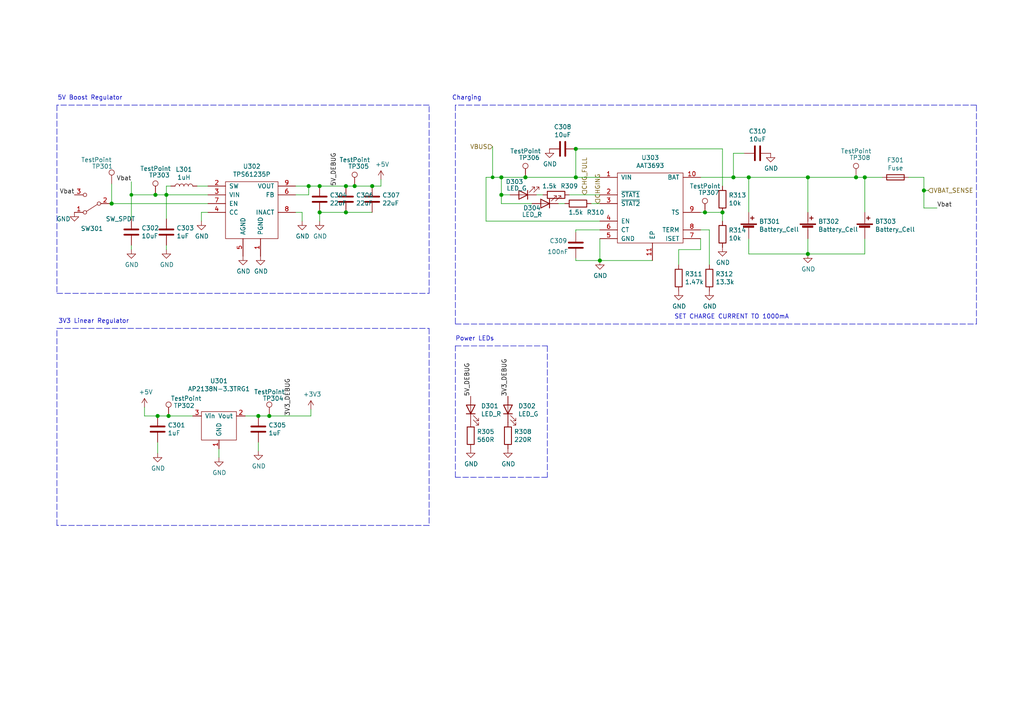
<source format=kicad_sch>
(kicad_sch (version 20211123) (generator eeschema)
  (paper "A4")
  (lib_symbols
    (symbol "Connector:TestPoint" (pin_numbers hide) (pin_names (offset 0.762) hide)
      (property "Reference" "TP" (at 0 6.858 0))
      (property "Value" "TestPoint" (at 0 5.08 0))
      (symbol "TestPoint_0_1"
        (circle (center 0 3.302) (radius 0.762))
      )
      (symbol "TestPoint_1_1"
        (pin passive line (at 0 0 90) (length 2.54) (name "1") (number "1"))
      )
    )
    (symbol "Custom:AAT3693" (pin_names (offset 1.016))
      (property "Reference" "U" (at 0 0 0))
      (property "Value" "AAT3693" (at 0 11.43 0))
      (symbol "AAT3693_0_1"
        (rectangle (start -10.16 10.16) (end 8.89 -10.16))
      )
      (symbol "AAT3693_1_1"
        (pin input line (at -15.24 8.89 0) (length 5.08) (name "VIN") (number "1"))
        (pin input line (at 13.97 8.89 180) (length 5.08) (name "BAT") (number "10"))
        (pin unspecified line (at 0 -15.24 90) (length 5.08) (name "EP") (number "11"))
        (pin input line (at -15.24 3.81 0) (length 5.08) (name "~{STAT1}") (number "2"))
        (pin input line (at -15.24 1.27 0) (length 5.08) (name "~{STAT2}") (number "3"))
        (pin input line (at -15.24 -3.81 0) (length 5.08) (name "EN") (number "4"))
        (pin input line (at -15.24 -8.89 0) (length 5.08) (name "GND") (number "5"))
        (pin input line (at -15.24 -6.35 0) (length 5.08) (name "CT") (number "6"))
        (pin input line (at 13.97 -8.89 180) (length 5.08) (name "ISET") (number "7"))
        (pin input line (at 13.97 -6.35 180) (length 5.08) (name "TERM") (number "8"))
        (pin input line (at 13.97 -1.27 180) (length 5.08) (name "TS") (number "9"))
      )
    )
    (symbol "Custom:AP2138N-3.3TRG1" (pin_names (offset 1.016))
      (property "Reference" "U" (at 0 12.065 0))
      (property "Value" "AP2138N-3.3TRG1" (at 0 12.065 0))
      (symbol "AP2138N-3.3TRG1_0_1"
        (rectangle (start -5.08 3.81) (end 5.08 -4.445))
      )
      (symbol "AP2138N-3.3TRG1_1_1"
        (pin input line (at 0 -6.985 90) (length 2.54) (name "GND") (number "1"))
        (pin input line (at 7.62 2.54 180) (length 2.54) (name "Vout") (number "2"))
        (pin input line (at -7.62 2.54 0) (length 2.54) (name "Vin") (number "3"))
      )
    )
    (symbol "Custom:TPS61235P" (pin_names (offset 1.016))
      (property "Reference" "U" (at 0 0 0))
      (property "Value" "TPS61235P" (at 0 6.35 0))
      (symbol "TPS61235P_0_1"
        (rectangle (start -7.62 5.08) (end 7.62 -11.43))
      )
      (symbol "TPS61235P_1_1"
        (pin input line (at 2.54 -16.51 90) (length 5.08) (name "PGND") (number "1"))
        (pin input line (at -12.7 3.81 0) (length 5.08) (name "SW") (number "2"))
        (pin input line (at -12.7 1.27 0) (length 5.08) (name "VIN") (number "3"))
        (pin input line (at -12.7 -3.81 0) (length 5.08) (name "CC") (number "4"))
        (pin input line (at -2.54 -16.51 90) (length 5.08) (name "AGND") (number "5"))
        (pin input line (at 12.7 1.27 180) (length 5.08) (name "FB") (number "6"))
        (pin input line (at -12.7 -1.27 0) (length 5.08) (name "EN") (number "7"))
        (pin input line (at 12.7 -3.81 180) (length 5.08) (name "INACT") (number "8"))
        (pin input line (at 12.7 3.81 180) (length 5.08) (name "VOUT") (number "9"))
      )
    )
    (symbol "Device:Battery_Cell" (pin_numbers hide) (pin_names (offset 0) hide)
      (property "Reference" "BT" (at 2.54 2.54 0))
      (property "Value" "Battery_Cell" (at 2.54 0 0))
      (symbol "Battery_Cell_0_1"
        (rectangle (start -2.286 1.778) (end 2.286 1.524) (fill (type outline)))
        (rectangle (start -1.5748 1.1938) (end 1.4732 0.6858) (fill (type outline)))
        (polyline (pts (xy 0 0.762) (xy 0 0)))
        (polyline (pts (xy 0 1.778) (xy 0 2.54)))
        (polyline (pts (xy 0.508 3.429) (xy 1.524 3.429)) (stroke (width 0.254)))
        (polyline (pts (xy 1.016 3.937) (xy 1.016 2.921)) (stroke (width 0.254)))
      )
      (symbol "Battery_Cell_1_1"
        (pin passive line (at 0 5.08 270) (length 2.54) (name "+") (number "1"))
        (pin passive line (at 0 -2.54 90) (length 2.54) (name "-") (number "2"))
      )
    )
    (symbol "Device:C" (pin_numbers hide) (pin_names (offset 0.254))
      (property "Reference" "C" (at 0.635 2.54 0))
      (property "Value" "C" (at 0.635 -2.54 0))
      (symbol "C_0_1"
        (polyline (pts (xy -2.032 -0.762) (xy 2.032 -0.762)) (stroke (width 0.508)))
        (polyline (pts (xy -2.032 0.762) (xy 2.032 0.762)) (stroke (width 0.508)))
      )
      (symbol "C_1_1"
        (pin passive line (at 0 3.81 270) (length 2.794) (name "~") (number "1"))
        (pin passive line (at 0 -3.81 90) (length 2.794) (name "~") (number "2"))
      )
    )
    (symbol "Device:Fuse" (pin_numbers hide) (pin_names (offset 0))
      (property "Reference" "F" (at 2.032 0 90))
      (property "Value" "Fuse" (at -1.905 0 90))
      (symbol "Fuse_0_1"
        (rectangle (start -0.762 -2.54) (end 0.762 2.54) (stroke (width 0.254)))
        (polyline (pts (xy 0 2.54) (xy 0 -2.54)))
      )
      (symbol "Fuse_1_1"
        (pin passive line (at 0 3.81 270) (length 1.27) (name "~") (number "1"))
        (pin passive line (at 0 -3.81 90) (length 1.27) (name "~") (number "2"))
      )
    )
    (symbol "Device:L" (pin_numbers hide) (pin_names (offset 1.016) hide)
      (property "Reference" "L" (at -1.27 0 90))
      (property "Value" "L" (at 1.905 0 90))
      (symbol "L_0_1"
        (arc (start 0 -2.54) (mid 0.635 -1.905) (end 0 -1.27))
        (arc (start 0 -1.27) (mid 0.635 -0.635) (end 0 0))
        (arc (start 0 0) (mid 0.635 0.635) (end 0 1.27))
        (arc (start 0 1.27) (mid 0.635 1.905) (end 0 2.54))
      )
      (symbol "L_1_1"
        (pin passive line (at 0 3.81 270) (length 1.27) (name "1") (number "1"))
        (pin passive line (at 0 -3.81 90) (length 1.27) (name "2") (number "2"))
      )
    )
    (symbol "Device:LED" (pin_numbers hide) (pin_names (offset 1.016) hide)
      (property "Reference" "D" (at 0 2.54 0))
      (property "Value" "LED" (at 0 -2.54 0))
      (symbol "LED_0_1"
        (polyline (pts (xy -1.27 -1.27) (xy -1.27 1.27)) (stroke (width 0.254)))
        (polyline (pts (xy -1.27 0) (xy 1.27 0)))
        (polyline (pts (xy 1.27 -1.27) (xy 1.27 1.27) (xy -1.27 0) (xy 1.27 -1.27)) (stroke (width 0.254)))
        (polyline (pts (xy -3.048 -0.762) (xy -4.572 -2.286) (xy -3.81 -2.286) (xy -4.572 -2.286) (xy -4.572 -1.524)))
        (polyline (pts (xy -1.778 -0.762) (xy -3.302 -2.286) (xy -2.54 -2.286) (xy -3.302 -2.286) (xy -3.302 -1.524)))
      )
      (symbol "LED_1_1"
        (pin passive line (at -3.81 0 0) (length 2.54) (name "K") (number "1"))
        (pin passive line (at 3.81 0 180) (length 2.54) (name "A") (number "2"))
      )
    )
    (symbol "Device:R" (pin_numbers hide) (pin_names (offset 0))
      (property "Reference" "R" (at 2.032 0 90))
      (property "Value" "R" (at 0 0 90))
      (symbol "R_0_1"
        (rectangle (start -1.016 -2.54) (end 1.016 2.54) (stroke (width 0.254)))
      )
      (symbol "R_1_1"
        (pin passive line (at 0 3.81 270) (length 1.27) (name "~") (number "1"))
        (pin passive line (at 0 -3.81 90) (length 1.27) (name "~") (number "2"))
      )
    )
    (symbol "Switch:SW_SPDT" (pin_names (offset 0) hide)
      (property "Reference" "SW" (at 0 4.318 0))
      (property "Value" "SW_SPDT" (at 0 -5.08 0))
      (symbol "SW_SPDT_0_0"
        (circle (center -2.032 0) (radius 0.508))
        (circle (center 2.032 -2.54) (radius 0.508))
      )
      (symbol "SW_SPDT_0_1"
        (polyline (pts (xy -1.524 0.254) (xy 1.651 2.286)))
        (circle (center 2.032 2.54) (radius 0.508))
      )
      (symbol "SW_SPDT_1_1"
        (pin passive line (at 5.08 2.54 180) (length 2.54) (name "A") (number "1"))
        (pin passive line (at -5.08 0 0) (length 2.54) (name "B") (number "2"))
        (pin passive line (at 5.08 -2.54 180) (length 2.54) (name "C") (number "3"))
      )
    )
    (symbol "power:+3V3" (power) (pin_names (offset 0))
      (property "Value" "+3V3" (at 0 3.556 0))
      (symbol "+3V3_0_1"
        (polyline (pts (xy -0.762 1.27) (xy 0 2.54)))
        (polyline (pts (xy 0 0) (xy 0 2.54)))
        (polyline (pts (xy 0 2.54) (xy 0.762 1.27)))
      )
      (symbol "+3V3_1_1"
        (pin power_in line (at 0 0 90) (length 0) hide (name "+3V3") (number "1"))
      )
    )
    (symbol "power:+5V" (power) (pin_names (offset 0))
      (property "Value" "+5V" (at 0 3.556 0))
      (symbol "+5V_0_1"
        (polyline (pts (xy -0.762 1.27) (xy 0 2.54)))
        (polyline (pts (xy 0 0) (xy 0 2.54)))
        (polyline (pts (xy 0 2.54) (xy 0.762 1.27)))
      )
      (symbol "+5V_1_1"
        (pin power_in line (at 0 0 90) (length 0) hide (name "+5V") (number "1"))
      )
    )
    (symbol "power:GND" (power) (pin_names (offset 0))
      (property "Value" "GND" (at 0 -3.81 0))
      (symbol "GND_0_1"
        (polyline (pts (xy 0 0) (xy 0 -1.27) (xy 1.27 -1.27) (xy 0 -2.54) (xy -1.27 -1.27) (xy 0 -1.27)))
      )
      (symbol "GND_1_1"
        (pin power_in line (at 0 0 270) (length 0) hide (name "GND") (number "1"))
      )
    )
  )
  (junction (at 212.725 51.435) (diameter 1.016))
  (junction (at 38.1 56.515))
  (junction (at 45.085 56.515) (diameter 1.016))
  (junction (at 248.285 51.435) (diameter 1.016))
  (junction (at 100.33 61.595) (diameter 1.016))
  (junction (at 100.33 53.975) (diameter 1.016))
  (junction (at 102.87 53.975) (diameter 1.016))
  (junction (at 107.95 53.975) (diameter 1.016))
  (junction (at 142.875 51.435))
  (junction (at 234.315 51.435) (diameter 1.016))
  (junction (at 167.005 51.435) (diameter 1.016))
  (junction (at 92.71 61.595) (diameter 1.016))
  (junction (at 74.93 120.65) (diameter 1.016))
  (junction (at 204.47 61.595) (diameter 1.016))
  (junction (at 48.26 56.515) (diameter 1.016))
  (junction (at 152.4 51.435) (diameter 1.016))
  (junction (at 32.385 59.055) (diameter 1.016))
  (junction (at 48.895 120.65) (diameter 1.016))
  (junction (at 167.005 43.18) (diameter 1.016))
  (junction (at 92.71 53.975) (diameter 1.016))
  (junction (at 267.97 55.245) (diameter 1.016))
  (junction (at 145.415 56.515) (diameter 1.016))
  (junction (at 234.315 73.66) (diameter 1.016))
  (junction (at 45.72 120.65) (diameter 1.016))
  (junction (at 89.535 53.975) (diameter 1.016))
  (junction (at 145.415 51.435) (diameter 1.016))
  (junction (at 78.105 120.65) (diameter 1.016))
  (junction (at 250.825 51.435) (diameter 1.016))
  (junction (at 217.17 51.435) (diameter 1.016))
  (junction (at 173.99 75.565) (diameter 1.016))
  (junction (at 209.55 61.595) (diameter 1.016))
  (wire (pts (xy 74.93 128.27) (xy 74.93 130.81)))
  (wire (pts (xy 87.63 61.595) (xy 85.725 61.595)))
  (wire (pts (xy 167.005 66.675) (xy 167.005 67.31)))
  (wire (pts (xy 212.725 51.435) (xy 217.17 51.435)))
  (wire (pts (xy 173.99 56.515) (xy 165.1 56.515)))
  (wire (pts (xy 269.24 55.245) (xy 267.97 55.245)))
  (wire (pts (xy 45.72 128.27) (xy 45.72 131.445)))
  (wire (pts (xy 63.5 130.175) (xy 63.5 132.715)))
  (wire (pts (xy 58.42 64.135) (xy 58.42 61.595)))
  (wire (pts (xy 196.85 72.39) (xy 196.85 76.835)))
  (wire (pts (xy 152.4 51.435) (xy 167.005 51.435)))
  (wire (pts (xy 142.875 51.435) (xy 145.415 51.435)))
  (wire (pts (xy 89.535 53.975) (xy 92.71 53.975)))
  (wire (pts (xy 89.535 56.515) (xy 89.535 53.975)))
  (wire (pts (xy 71.12 120.65) (xy 74.93 120.65)))
  (wire (pts (xy 205.74 66.675) (xy 205.74 76.835)))
  (wire (pts (xy 217.17 69.215) (xy 217.17 73.66)))
  (wire (pts (xy 45.085 56.515) (xy 48.26 56.515)))
  (wire (pts (xy 32.385 53.34) (xy 32.385 59.055)))
  (wire (pts (xy 203.2 72.39) (xy 196.85 72.39)))
  (wire (pts (xy 48.26 56.515) (xy 48.26 53.975)))
  (polyline (pts (xy 132.08 138.43) (xy 132.08 100.33)) (stroke (width 0) (type dash)))
  (wire (pts (xy 31.75 59.055) (xy 32.385 59.055)))
  (wire (pts (xy 92.71 53.975) (xy 100.33 53.975)))
  (wire (pts (xy 203.2 69.215) (xy 203.2 72.39)))
  (wire (pts (xy 38.1 56.515) (xy 38.1 63.5)))
  (wire (pts (xy 48.26 53.975) (xy 49.53 53.975)))
  (wire (pts (xy 203.2 66.675) (xy 205.74 66.675)))
  (wire (pts (xy 60.325 53.975) (xy 57.15 53.975)))
  (wire (pts (xy 90.17 118.745) (xy 90.17 120.65)))
  (wire (pts (xy 263.525 51.435) (xy 267.97 51.435)))
  (wire (pts (xy 267.97 51.435) (xy 267.97 55.245)))
  (wire (pts (xy 234.315 69.215) (xy 234.315 73.66)))
  (polyline (pts (xy 124.46 152.4) (xy 16.51 152.4)) (stroke (width 0) (type dash)))
  (wire (pts (xy 255.905 51.435) (xy 250.825 51.435)))
  (wire (pts (xy 100.33 53.975) (xy 102.87 53.975)))
  (wire (pts (xy 163.83 59.055) (xy 161.925 59.055)))
  (wire (pts (xy 100.33 61.595) (xy 92.71 61.595)))
  (wire (pts (xy 58.42 61.595) (xy 60.325 61.595)))
  (wire (pts (xy 102.87 53.975) (xy 107.95 53.975)))
  (wire (pts (xy 267.97 60.325) (xy 271.78 60.325)))
  (wire (pts (xy 38.1 52.705) (xy 38.1 56.515)))
  (wire (pts (xy 32.385 59.055) (xy 60.325 59.055)))
  (wire (pts (xy 250.825 69.215) (xy 250.825 73.66)))
  (wire (pts (xy 209.55 53.975) (xy 209.55 43.18)))
  (wire (pts (xy 145.415 59.055) (xy 154.305 59.055)))
  (wire (pts (xy 167.005 43.18) (xy 167.005 51.435)))
  (wire (pts (xy 45.72 120.65) (xy 48.895 120.65)))
  (wire (pts (xy 145.415 56.515) (xy 147.955 56.515)))
  (polyline (pts (xy 124.46 30.48) (xy 16.51 30.48)) (stroke (width 0) (type dash)))
  (wire (pts (xy 217.17 61.595) (xy 217.17 51.435)))
  (wire (pts (xy 38.1 72.39) (xy 38.1 71.12)))
  (wire (pts (xy 250.825 61.595) (xy 250.825 51.435)))
  (wire (pts (xy 212.725 44.45) (xy 212.725 51.435)))
  (wire (pts (xy 41.91 118.11) (xy 41.91 120.65)))
  (wire (pts (xy 167.005 74.93) (xy 167.005 75.565)))
  (wire (pts (xy 217.17 73.66) (xy 234.315 73.66)))
  (wire (pts (xy 140.97 51.435) (xy 140.97 64.135)))
  (wire (pts (xy 173.99 59.055) (xy 171.45 59.055)))
  (polyline (pts (xy 16.51 95.25) (xy 124.46 95.25)) (stroke (width 0) (type dash)))
  (wire (pts (xy 217.17 51.435) (xy 234.315 51.435)))
  (wire (pts (xy 215.9 44.45) (xy 212.725 44.45)))
  (wire (pts (xy 234.315 51.435) (xy 248.285 51.435)))
  (polyline (pts (xy 158.75 138.43) (xy 132.08 138.43)) (stroke (width 0) (type dash)))
  (polyline (pts (xy 132.08 100.33) (xy 158.75 100.33)) (stroke (width 0) (type dash)))
  (polyline (pts (xy 158.75 100.33) (xy 158.75 138.43)) (stroke (width 0) (type dash)))
  (polyline (pts (xy 16.51 85.09) (xy 124.46 85.09)) (stroke (width 0) (type dash)))
  (wire (pts (xy 41.91 120.65) (xy 45.72 120.65)))
  (polyline (pts (xy 132.08 93.98) (xy 283.21 93.98)) (stroke (width 0) (type dash)))
  (polyline (pts (xy 283.21 30.48) (xy 132.08 30.48)) (stroke (width 0) (type dash)))
  (wire (pts (xy 140.97 64.135) (xy 173.99 64.135)))
  (wire (pts (xy 167.005 75.565) (xy 173.99 75.565)))
  (wire (pts (xy 100.33 61.595) (xy 107.95 61.595)))
  (polyline (pts (xy 16.51 30.48) (xy 16.51 85.09)) (stroke (width 0) (type dash)))
  (wire (pts (xy 48.895 120.65) (xy 55.88 120.65)))
  (wire (pts (xy 48.26 63.5) (xy 48.26 56.515)))
  (wire (pts (xy 145.415 51.435) (xy 152.4 51.435)))
  (wire (pts (xy 110.49 52.07) (xy 110.49 53.975)))
  (wire (pts (xy 78.105 120.65) (xy 90.17 120.65)))
  (wire (pts (xy 92.71 61.595) (xy 92.71 64.135)))
  (wire (pts (xy 140.97 51.435) (xy 142.875 51.435)))
  (wire (pts (xy 209.55 61.595) (xy 209.55 64.135)))
  (wire (pts (xy 145.415 56.515) (xy 145.415 59.055)))
  (wire (pts (xy 173.99 69.215) (xy 173.99 75.565)))
  (wire (pts (xy 173.99 66.675) (xy 167.005 66.675)))
  (wire (pts (xy 142.875 42.545) (xy 142.875 51.435)))
  (wire (pts (xy 250.825 73.66) (xy 234.315 73.66)))
  (polyline (pts (xy 283.21 93.98) (xy 283.21 30.48)) (stroke (width 0) (type dash)))
  (wire (pts (xy 157.48 56.515) (xy 155.575 56.515)))
  (wire (pts (xy 74.93 120.65) (xy 78.105 120.65)))
  (polyline (pts (xy 132.08 30.48) (xy 132.08 93.98)) (stroke (width 0) (type dash)))
  (wire (pts (xy 48.26 56.515) (xy 60.325 56.515)))
  (wire (pts (xy 203.2 61.595) (xy 204.47 61.595)))
  (wire (pts (xy 234.315 61.595) (xy 234.315 51.435)))
  (wire (pts (xy 267.97 55.245) (xy 267.97 60.325)))
  (wire (pts (xy 209.55 43.18) (xy 167.005 43.18)))
  (wire (pts (xy 85.725 53.975) (xy 89.535 53.975)))
  (wire (pts (xy 145.415 51.435) (xy 145.415 56.515)))
  (polyline (pts (xy 124.46 85.09) (xy 124.46 30.48)) (stroke (width 0) (type dash)))
  (wire (pts (xy 48.26 72.39) (xy 48.26 71.12)))
  (wire (pts (xy 85.725 56.515) (xy 89.535 56.515)))
  (wire (pts (xy 87.63 64.135) (xy 87.63 61.595)))
  (wire (pts (xy 107.95 53.975) (xy 110.49 53.975)))
  (polyline (pts (xy 16.51 152.4) (xy 16.51 95.25)) (stroke (width 0) (type dash)))
  (polyline (pts (xy 124.46 95.25) (xy 124.46 152.4)) (stroke (width 0) (type dash)))
  (wire (pts (xy 38.1 56.515) (xy 45.085 56.515)))
  (wire (pts (xy 248.285 51.435) (xy 250.825 51.435)))
  (wire (pts (xy 203.2 51.435) (xy 212.725 51.435)))
  (wire (pts (xy 167.005 51.435) (xy 173.99 51.435)))
  (wire (pts (xy 189.23 75.565) (xy 173.99 75.565)))
  (wire (pts (xy 204.47 61.595) (xy 209.55 61.595)))
  (text "Power LEDs" (at 132.08 99.06 0) (effects (font (size 1.27 1.27)) (justify left bottom)))
  (text "5V Boost Regulator" (at 35.56 29.21 180) (effects (font (size 1.27 1.27)) (justify right bottom)))
  (text "SET CHARGE CURRENT TO 1000mA" (at 195.58 92.71 0) (effects (font (size 1.27 1.27)) (justify left bottom)))
  (text "3V3 Linear Regulator" (at 37.465 93.98 180) (effects (font (size 1.27 1.27)) (justify right bottom)))
  (text "Charging" (at 139.7 29.21 180) (effects (font (size 1.27 1.27)) (justify right bottom)))
  (label "Vbat" (at 271.78 60.325 0))
  (label "Vbat" (at 38.1 52.705 180))
  (label "5V_DEBUG" (at 136.525 114.935 90))
  (label "Vbat" (at 21.59 56.515 180))
  (label "5V_DEBUG" (at 97.79 53.975 90))
  (label "3V3_DEBUG" (at 84.455 120.65 90))
  (label "3V3_DEBUG" (at 147.32 114.935 90))
  (hierarchical_label "CHGING" (shape input) (at 173.355 59.055 90))
  (hierarchical_label "VBUS" (shape input) (at 142.875 42.545 180))
  (hierarchical_label "CHG_FULL" (shape input) (at 169.545 56.515 90))
  (hierarchical_label "VBAT_SENSE" (shape input) (at 269.24 55.245 0))
  (symbol (lib_id "Device:Battery_Cell") (at 234.315 66.675 0) (unit 1)
    (property "Reference" "BT302" (at 237.3122 64.2366 0) (effects (justify left)))
    (property "Value" "Battery_Cell" (at 237.3122 66.548 0) (effects (justify left)))
    (property "Footprint" "Connectors_JST:JST_PH_B2B-PH-K_02x2.00mm_Straight" (effects hide))
    (property "Part" "https://www.adafruit.com/product/3898" (effects hide))
  )
  (symbol (lib_id "Device:Battery_Cell") (at 217.17 66.675 0) (unit 1)
    (property "Reference" "BT301" (at 220.1672 64.2366 0) (effects (justify left)))
    (property "Value" "Battery_Cell" (at 220.1672 66.548 0) (effects (justify left)))
    (property "Footprint" "Connectors_JST:JST_PH_B2B-PH-K_02x2.00mm_Straight" (effects hide))
    (property "Part" "https://www.adafruit.com/product/3898" (effects hide))
  )
  (symbol (lib_id "Device:Battery_Cell") (at 250.825 66.675 0) (unit 1)
    (property "Reference" "BT303" (at 253.8222 64.2366 0) (effects (justify left)))
    (property "Value" "Battery_Cell" (at 253.8222 66.548 0) (effects (justify left)))
    (property "Footprint" "Connectors_JST:JST_PH_B2B-PH-K_02x2.00mm_Straight" (effects hide))
    (property "Part" "https://www.adafruit.com/product/3898" (effects hide))
  )
  (symbol (lib_id "power:+5V") (at 41.91 118.11 0) (unit 1)
    (property "Reference" "#PWR0302" (effects hide))
    (property "Value" "+5V" (at 42.291 113.7158 0))
  )
  (symbol (lib_id "power:GND") (at 234.315 73.66 0) (unit 1)
    (property "Reference" "#PWR0323" (effects hide))
    (property "Value" "GND" (at 234.442 78.0542 0))
  )
  (symbol (lib_id "power:+3V3") (at 90.17 118.745 0) (unit 1)
    (property "Reference" "#PWR0314" (effects hide))
    (property "Value" "+3V3" (at 90.551 114.3508 0))
  )
  (symbol (lib_id "Device:LED") (at 136.525 118.745 90) (unit 1)
    (property "Reference" "D301" (at 139.4968 117.7544 90) (effects (justify right)))
    (property "Value" "LED_R" (at 139.4968 120.0658 90) (effects (justify right)))
    (property "Footprint" "LED_SMD:LED_0603_1608Metric" (effects hide))
    (property "Part" "https://www.digikey.com/short/pzrff5" (effects hide))
  )
  (symbol (lib_id "Device:R") (at 136.525 126.365 0) (unit 1)
    (property "Reference" "R305" (at 138.303 125.1966 0) (effects (justify left)))
    (property "Value" "560R" (at 138.303 127.508 0) (effects (justify left)))
    (property "Footprint" "Resistor_SMD:R_0603_1608Metric" (effects hide))
    (property "Part" "https://www.digikey.com/product-detail/en/stackpole-electronics-inc/RMCF0603JT560R/RMCF0603JT560RCT-ND/7789982" (effects hide))
  )
  (symbol (lib_id "power:GND") (at 136.525 130.175 0) (unit 1)
    (property "Reference" "#PWR0315" (effects hide))
    (property "Value" "GND" (at 136.652 134.5692 0))
  )
  (symbol (lib_id "Device:LED") (at 147.32 118.745 90) (unit 1)
    (property "Reference" "D302" (at 150.2918 117.7544 90) (effects (justify right)))
    (property "Value" "LED_G" (at 150.2918 120.0658 90) (effects (justify right)))
    (property "Footprint" "LED_SMD:LED_0603_1608Metric" (effects hide))
    (property "Part" "https://www.digikey.com/short/pzr235" (effects hide))
  )
  (symbol (lib_id "Device:R") (at 147.32 126.365 0) (unit 1)
    (property "Reference" "R308" (at 149.098 125.1966 0) (effects (justify left)))
    (property "Value" "220R" (at 149.098 127.508 0) (effects (justify left)))
    (property "Footprint" "Resistor_SMD:R_0603_1608Metric" (effects hide))
    (property "Part" "https://www.digikey.com/product-detail/en/stackpole-electronics-inc/RMCF0603JT220R/RMCF0603JT220RCT-ND/1943162" (effects hide))
  )
  (symbol (lib_id "power:GND") (at 147.32 130.175 0) (unit 1)
    (property "Reference" "#PWR0316" (effects hide))
    (property "Value" "GND" (at 147.447 134.5692 0))
  )
  (symbol (lib_id "Custom:TPS61235P") (at 73.025 57.785 0) (unit 1)
    (property "Reference" "U302" (at 73.025 48.26 0))
    (property "Value" "TPS61235P" (at 73.025 50.5714 0))
    (property "Footprint" "CustomFootprints:TPS61235PRWLT" (effects hide))
    (property "Part" "https://www.digikey.com/short/pzrfd3" (effects hide))
  )
  (symbol (lib_id "Device:L") (at 53.34 53.975 90) (unit 1)
    (property "Reference" "L301" (at 53.34 49.149 90))
    (property "Value" "1uH" (at 53.34 51.4604 90))
    (property "Footprint" "Inductor_SMD:L_Taiyo-Yuden_MD-4040" (effects hide))
    (property "Part" "https://www.digikey.com/product-detail/en/taiyo-yuden/MDMK4040T1R0MFV/587-4126-1-ND/5035286" (effects hide))
  )
  (symbol (lib_id "Device:C") (at 48.26 67.31 0) (unit 1)
    (property "Reference" "C303" (at 51.181 66.1416 0) (effects (justify left)))
    (property "Value" "1uF" (at 51.181 68.453 0) (effects (justify left)))
    (property "Footprint" "Capacitor_SMD:C_0603_1608Metric" (effects hide))
    (property "Part" "https://www.digikey.com/short/pzrfm7" (effects hide))
  )
  (symbol (lib_id "power:GND") (at 48.26 72.39 0) (unit 1)
    (property "Reference" "#PWR0305" (effects hide))
    (property "Value" "GND" (at 48.387 76.7842 0))
  )
  (symbol (lib_id "power:GND") (at 58.42 64.135 0) (unit 1)
    (property "Reference" "#PWR0306" (effects hide))
    (property "Value" "GND" (at 58.547 68.5292 0))
  )
  (symbol (lib_id "power:GND") (at 70.485 74.295 0) (unit 1)
    (property "Reference" "#PWR0308" (effects hide))
    (property "Value" "GND" (at 70.612 78.6892 0))
  )
  (symbol (lib_id "power:GND") (at 75.565 74.295 0) (unit 1)
    (property "Reference" "#PWR0309" (effects hide))
    (property "Value" "GND" (at 75.692 78.6892 0))
  )
  (symbol (lib_id "power:+5V") (at 110.49 52.07 0) (unit 1)
    (property "Reference" "#PWR0313" (effects hide))
    (property "Value" "+5V" (at 110.871 47.6758 0))
  )
  (symbol (lib_id "power:GND") (at 87.63 64.135 0) (unit 1)
    (property "Reference" "#PWR0310" (effects hide))
    (property "Value" "GND" (at 87.757 68.5292 0))
  )
  (symbol (lib_id "Device:C") (at 92.71 57.785 0) (unit 1)
    (property "Reference" "C304" (at 95.631 56.6166 0) (effects (justify left)))
    (property "Value" "22uF" (at 95.631 58.928 0) (effects (justify left)))
    (property "Footprint" "Capacitor_SMD:C_0603_1608Metric" (effects hide))
    (property "Part" "https://www.digikey.com/short/pzrfnc" (effects hide))
  )
  (symbol (lib_id "power:GND") (at 92.71 64.135 0) (unit 1)
    (property "Reference" "#PWR0311" (effects hide))
    (property "Value" "GND" (at 92.837 68.5292 0))
  )
  (symbol (lib_id "Device:C") (at 100.33 57.785 0) (unit 1)
    (property "Reference" "C306" (at 103.251 56.6166 0) (effects (justify left)))
    (property "Value" "22uF" (at 103.251 58.928 0) (effects (justify left)))
    (property "Footprint" "Capacitor_SMD:C_0603_1608Metric" (effects hide))
    (property "Part" "https://www.digikey.com/short/pzrfnc" (effects hide))
  )
  (symbol (lib_id "Device:C") (at 107.95 57.785 0) (unit 1)
    (property "Reference" "C307" (at 110.871 56.6166 0) (effects (justify left)))
    (property "Value" "22uF" (at 110.871 58.928 0) (effects (justify left)))
    (property "Footprint" "Capacitor_SMD:C_0603_1608Metric" (effects hide))
    (property "Part" "https://www.digikey.com/short/pzrfnc" (effects hide))
  )
  (symbol (lib_id "Custom:AAT3693") (at 189.23 60.325 0) (unit 1)
    (property "Reference" "U303" (at 188.595 45.72 0))
    (property "Value" "AAT3693" (at 188.595 48.0314 0))
    (property "Footprint" "CustomFootprints:AAT3693" (effects hide))
    (property "Part" "https://www.digikey.com/short/pzr2t7" (effects hide))
  )
  (symbol (lib_id "Device:LED") (at 151.765 56.515 180) (unit 1)
    (property "Reference" "D303" (at 149.225 52.705 0))
    (property "Value" "LED_G" (at 149.86 54.61 0))
    (property "Footprint" "LED_SMD:LED_0603_1608Metric" (effects hide))
    (property "Part" "https://www.digikey.com/short/pzr235" (effects hide))
  )
  (symbol (lib_id "Device:C") (at 38.1 67.31 0) (unit 1)
    (property "Reference" "C302" (at 41.021 66.1416 0) (effects (justify left)))
    (property "Value" "10uF" (at 41.021 68.453 0) (effects (justify left)))
    (property "Footprint" "Capacitor_SMD:C_0603_1608Metric" (effects hide))
    (property "Part" "https://www.digikey.com/product-detail/en/taiyo-yuden/JMK107ABJ106KA-T/587-6012-1-ND/8040675" (effects hide))
  )
  (symbol (lib_id "power:GND") (at 38.1 72.39 0) (unit 1)
    (property "Reference" "#PWR0304" (effects hide))
    (property "Value" "GND" (at 38.227 76.7842 0))
  )
  (symbol (lib_id "Device:LED") (at 158.115 59.055 180) (unit 1)
    (property "Reference" "D304" (at 154.305 60.325 0))
    (property "Value" "LED_R" (at 154.305 62.23 0))
    (property "Footprint" "LED_SMD:LED_0603_1608Metric" (effects hide))
    (property "Part" "https://www.digikey.com/short/pzrff5" (effects hide))
  )
  (symbol (lib_id "Device:R") (at 161.29 56.515 270) (unit 1)
    (property "Reference" "R309" (at 165.1 53.975 90))
    (property "Value" "1.5k" (at 159.385 53.975 90))
    (property "Footprint" "Resistor_SMD:R_0603_1608Metric" (effects hide))
    (property "Part" "https://www.digikey.com/product-detail/en/stackpole-electronics-inc/RMCF0603JT1K50/RMCF0603JT1K50CT-ND/1943175" (effects hide))
  )
  (symbol (lib_id "Device:R") (at 167.64 59.055 270) (unit 1)
    (property "Reference" "R310" (at 172.72 61.595 90))
    (property "Value" "1.5k" (at 167.005 61.595 90))
    (property "Footprint" "Resistor_SMD:R_0603_1608Metric" (effects hide))
    (property "Part" "https://www.digikey.com/product-detail/en/stackpole-electronics-inc/RMCF0603JT1K50/RMCF0603JT1K50CT-ND/1943175" (effects hide))
  )
  (symbol (lib_id "power:GND") (at 173.99 75.565 0) (unit 1)
    (property "Reference" "#PWR0318" (effects hide))
    (property "Value" "GND" (at 174.117 79.9592 0))
  )
  (symbol (lib_id "Device:C") (at 167.005 71.12 0) (unit 1)
    (property "Reference" "C309" (at 159.385 69.85 0) (effects (justify left)))
    (property "Value" "100nF" (at 158.75 73.025 0) (effects (justify left)))
    (property "Footprint" "Capacitor_SMD:C_0603_1608Metric" (effects hide))
    (property "Part" "https://www.digikey.com/product-detail/en/samsung-electro-mechanics/CL10B104KB8NNNC/1276-1000-1-ND/3889086" (effects hide))
  )
  (symbol (lib_id "Device:R") (at 205.74 80.645 0) (unit 1)
    (property "Reference" "R312" (at 207.518 79.4766 0) (effects (justify left)))
    (property "Value" "13.3k" (at 207.518 81.788 0) (effects (justify left)))
    (property "Footprint" "Resistor_SMD:R_0603_1608Metric" (effects hide))
    (property "Part" "https://www.digikey.com/product-detail/en/stackpole-electronics-inc/RMCF0603FT13K3/RMCF0603FT13K3CT-ND/1943066" (effects hide))
  )
  (symbol (lib_id "power:GND") (at 205.74 84.455 0) (unit 1)
    (property "Reference" "#PWR0320" (effects hide))
    (property "Value" "GND" (at 205.867 88.8492 0))
  )
  (symbol (lib_id "Device:R") (at 196.85 80.645 0) (unit 1)
    (property "Reference" "R311" (at 198.628 79.4766 0) (effects (justify left)))
    (property "Value" "1.47k" (at 198.628 81.788 0) (effects (justify left)))
    (property "Footprint" "Resistor_SMD:R_0603_1608Metric" (effects hide))
    (property "Part" "https://www.digikey.com/product-detail/en/stackpole-electronics-inc/RMCF0603FT1K47/RMCF0603FT1K47CT-ND/4376674" (effects hide))
  )
  (symbol (lib_id "power:GND") (at 196.85 84.455 0) (unit 1)
    (property "Reference" "#PWR0319" (effects hide))
    (property "Value" "GND" (at 196.977 88.8492 0))
  )
  (symbol (lib_id "Switch:SW_SPDT") (at 26.67 59.055 180) (unit 1)
    (property "Reference" "SW301" (at 26.67 66.294 0))
    (property "Value" "SW_SPDT" (at 34.925 63.5 0))
    (property "Footprint" "CustomFootprints:SW_SPDT_1825232" (effects hide))
    (property "Part" "https://www.digikey.com/product-detail/en/te-connectivity-alcoswitch-switches/1825232-1/A107673-ND/4021554" (effects hide))
  )
  (symbol (lib_id "power:GND") (at 21.59 61.595 0) (unit 1)
    (property "Reference" "#PWR0301" (effects hide))
    (property "Value" "GND" (at 18.415 63.5 0))
  )
  (symbol (lib_id "Device:Fuse") (at 259.715 51.435 270) (unit 1)
    (property "Reference" "F301" (at 259.715 46.4312 90))
    (property "Value" "Fuse" (at 259.715 48.7426 90))
    (property "Footprint" "CustomFootprints:Fuse_0603_1608Metric" (effects hide))
    (property "Part" "https://www.digikey.com/product-detail/en/bel-fuse-inc/0686F7000-01/507-2158-1-ND/7427710" (effects hide))
  )
  (symbol (lib_id "Device:R") (at 209.55 57.785 0) (unit 1)
    (property "Reference" "R313" (at 211.328 56.6166 0) (effects (justify left)))
    (property "Value" "10k" (at 211.328 58.928 0) (effects (justify left)))
    (property "Footprint" "Resistor_SMD:R_0603_1608Metric" (effects hide))
    (property "Part" "https://www.digikey.com/product-detail/en/yageo/RC0603JR-0710KL/311-10KGRCT-ND/729647" (effects hide))
  )
  (symbol (lib_id "Device:C") (at 45.72 124.46 0) (unit 1)
    (property "Reference" "C301" (at 48.641 123.317 0) (effects (justify left)))
    (property "Value" "1uF" (at 48.641 125.603 0) (effects (justify left)))
    (property "Footprint" "Capacitor_SMD:C_0603_1608Metric" (effects hide))
    (property "Part" "https://www.digikey.com/short/pzrfm7" (effects hide))
  )
  (symbol (lib_id "power:GND") (at 45.72 131.445 0) (unit 1)
    (property "Reference" "#PWR0303" (effects hide))
    (property "Value" "GND" (at 45.847 135.8392 0))
  )
  (symbol (lib_id "power:GND") (at 63.5 132.715 0) (unit 1)
    (property "Reference" "#PWR0307" (effects hide))
    (property "Value" "GND" (at 63.627 137.1092 0))
  )
  (symbol (lib_id "Device:C") (at 74.93 124.46 0) (unit 1)
    (property "Reference" "C305" (at 77.851 123.317 0) (effects (justify left)))
    (property "Value" "1uF" (at 77.851 125.603 0) (effects (justify left)))
    (property "Footprint" "Capacitor_SMD:C_0603_1608Metric" (effects hide))
    (property "Part" "https://www.digikey.com/short/pzrfm7" (effects hide))
  )
  (symbol (lib_id "power:GND") (at 74.93 130.81 0) (unit 1)
    (property "Reference" "#PWR0312" (effects hide))
    (property "Value" "GND" (at 75.057 135.2042 0))
  )
  (symbol (lib_id "Connector:TestPoint") (at 48.895 120.65 0) (unit 1)
    (property "Reference" "TP302" (at 50.3682 117.6528 0) (effects (justify left)))
    (property "Value" "TestPoint" (at 49.53 115.57 0) (effects (justify left)))
    (property "Footprint" "TestPoint:TestPoint_Pad_D1.0mm" (effects hide))
  )
  (symbol (lib_id "Connector:TestPoint") (at 78.105 120.65 0) (unit 1)
    (property "Reference" "TP304" (at 76.2 115.57 0) (effects (justify left)))
    (property "Value" "TestPoint" (at 73.66 113.665 0) (effects (justify left)))
    (property "Footprint" "TestPoint:TestPoint_Pad_D1.0mm" (effects hide))
  )
  (symbol (lib_id "Connector:TestPoint") (at 32.385 53.34 0) (unit 1)
    (property "Reference" "TP301" (at 26.67 48.26 0) (effects (justify left)))
    (property "Value" "TestPoint" (at 23.495 46.355 0) (effects (justify left)))
    (property "Footprint" "TestPoint:TestPoint_Pad_D1.0mm" (effects hide))
  )
  (symbol (lib_id "Connector:TestPoint") (at 45.085 56.515 0) (unit 1)
    (property "Reference" "TP303" (at 43.18 50.8 0) (effects (justify left)))
    (property "Value" "TestPoint" (at 40.64 48.895 0) (effects (justify left)))
    (property "Footprint" "TestPoint:TestPoint_Pad_D1.0mm" (effects hide))
  )
  (symbol (lib_id "Custom:AP2138N-3.3TRG1") (at 63.5 123.19 0) (unit 1)
    (property "Reference" "U301" (at 63.5 110.49 0))
    (property "Value" "AP2138N-3.3TRG1" (at 63.5 112.8014 0))
    (property "Footprint" "Package_TO_SOT_SMD:SOT-23" (effects hide))
    (property "Part" "https://www.digikey.com/product-detail/en/diodes-incorporated/AP2138N-3-3TRG1/AP2138N-3-3TRG1DICT-ND/4505282" (effects hide))
  )
  (symbol (lib_id "Connector:TestPoint") (at 102.87 53.975 0) (unit 1)
    (property "Reference" "TP305" (at 100.965 48.26 0) (effects (justify left)))
    (property "Value" "TestPoint" (at 98.425 46.355 0) (effects (justify left)))
    (property "Footprint" "TestPoint:TestPoint_Pad_D1.0mm" (effects hide))
  )
  (symbol (lib_id "Connector:TestPoint") (at 152.4 51.435 0) (unit 1)
    (property "Reference" "TP306" (at 150.495 45.72 0) (effects (justify left)))
    (property "Value" "TestPoint" (at 147.955 43.815 0) (effects (justify left)))
    (property "Footprint" "TestPoint:TestPoint_Pad_D1.0mm" (effects hide))
  )
  (symbol (lib_id "Device:R") (at 209.55 67.945 0) (unit 1)
    (property "Reference" "R314" (at 211.328 66.7766 0) (effects (justify left)))
    (property "Value" "10k" (at 211.328 69.088 0) (effects (justify left)))
    (property "Footprint" "Resistor_SMD:R_0603_1608Metric" (effects hide))
    (property "Part" "https://www.digikey.com/product-detail/en/yageo/RC0603JR-0710KL/311-10KGRCT-ND/729647" (effects hide))
  )
  (symbol (lib_id "power:GND") (at 209.55 71.755 0) (unit 1)
    (property "Reference" "#PWR0321" (effects hide))
    (property "Value" "GND" (at 209.677 76.1492 0))
  )
  (symbol (lib_id "Device:C") (at 163.195 43.18 270) (unit 1)
    (property "Reference" "C308" (at 163.195 36.8046 90))
    (property "Value" "10uF" (at 163.195 39.116 90))
    (property "Footprint" "Capacitor_SMD:C_0603_1608Metric" (effects hide))
    (property "Part" "https://www.digikey.com/product-detail/en/taiyo-yuden/JMK107ABJ106KA-T/587-6012-1-ND/8040675" (effects hide))
  )
  (symbol (lib_id "power:GND") (at 159.385 43.18 0) (unit 1)
    (property "Reference" "#PWR0317" (effects hide))
    (property "Value" "GND" (at 159.512 47.5742 0))
  )
  (symbol (lib_id "Device:C") (at 219.71 44.45 270) (unit 1)
    (property "Reference" "C310" (at 219.71 38.0746 90))
    (property "Value" "10uF" (at 219.71 40.386 90))
    (property "Footprint" "Capacitor_SMD:C_0603_1608Metric" (effects hide))
    (property "Part" "https://www.digikey.com/product-detail/en/taiyo-yuden/JMK107ABJ106KA-T/587-6012-1-ND/8040675" (effects hide))
  )
  (symbol (lib_id "power:GND") (at 223.52 44.45 0) (unit 1)
    (property "Reference" "#PWR0322" (effects hide))
    (property "Value" "GND" (at 223.647 48.8442 0))
  )
  (symbol (lib_id "Connector:TestPoint") (at 204.47 61.595 0) (unit 1)
    (property "Reference" "TP307" (at 202.565 55.88 0) (effects (justify left)))
    (property "Value" "TestPoint" (at 200.025 53.975 0) (effects (justify left)))
    (property "Footprint" "TestPoint:TestPoint_Pad_D1.0mm" (effects hide))
  )
  (symbol (lib_id "Connector:TestPoint") (at 248.285 51.435 0) (unit 1)
    (property "Reference" "TP308" (at 246.38 45.72 0) (effects (justify left)))
    (property "Value" "TestPoint" (at 243.84 43.815 0) (effects (justify left)))
    (property "Footprint" "TestPoint:TestPoint_Pad_D1.0mm" (effects hide))
  )
)
</source>
